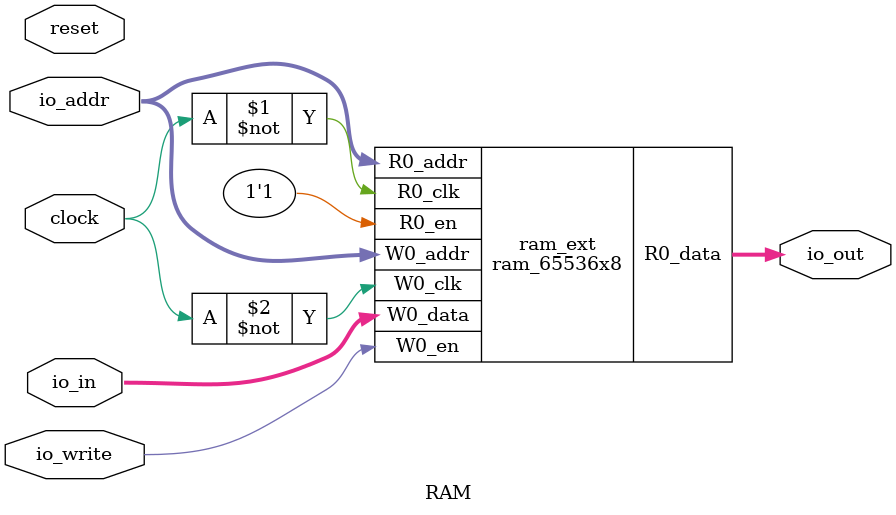
<source format=sv>
module ram_65536x8(	// src/main/scala/Megatron/RAM.scala:18:25
  input  [15:0] R0_addr,
  input         R0_en,
                R0_clk,
  output [7:0]  R0_data,
  input  [15:0] W0_addr,
  input         W0_en,
                W0_clk,
  input  [7:0]  W0_data
);

  reg [7:0] Memory[0:65535];	// src/main/scala/Megatron/RAM.scala:18:25
  always @(posedge W0_clk) begin	// src/main/scala/Megatron/RAM.scala:18:25
    if (W0_en & 1'h1)	// src/main/scala/Megatron/RAM.scala:18:25
      Memory[W0_addr] <= W0_data;	// src/main/scala/Megatron/RAM.scala:18:25
  end // always @(posedge)
  assign R0_data = R0_en ? Memory[R0_addr] : 8'bx;	// src/main/scala/Megatron/RAM.scala:18:25
endmodule

module RAM(	// src/main/scala/Megatron/RAM.scala:7:8
  input         clock,	// src/main/scala/Megatron/RAM.scala:7:8
                reset,	// src/main/scala/Megatron/RAM.scala:7:8
  input  [7:0]  io_in,	// src/main/scala/Megatron/RAM.scala:9:19
  input  [15:0] io_addr,	// src/main/scala/Megatron/RAM.scala:9:19
  input         io_write,	// src/main/scala/Megatron/RAM.scala:9:19
  output [7:0]  io_out	// src/main/scala/Megatron/RAM.scala:9:19
);

  ram_65536x8 ram_ext (	// src/main/scala/Megatron/RAM.scala:18:25
    .R0_addr (io_addr),
    .R0_en   (1'h1),	// src/main/scala/Megatron/RAM.scala:7:8
    .R0_clk  (~clock),	// src/main/scala/Megatron/RAM.scala:14:24
    .R0_data (io_out),
    .W0_addr (io_addr),
    .W0_en   (io_write),
    .W0_clk  (~clock),	// src/main/scala/Megatron/RAM.scala:14:24
    .W0_data (io_in)
  );
endmodule


</source>
